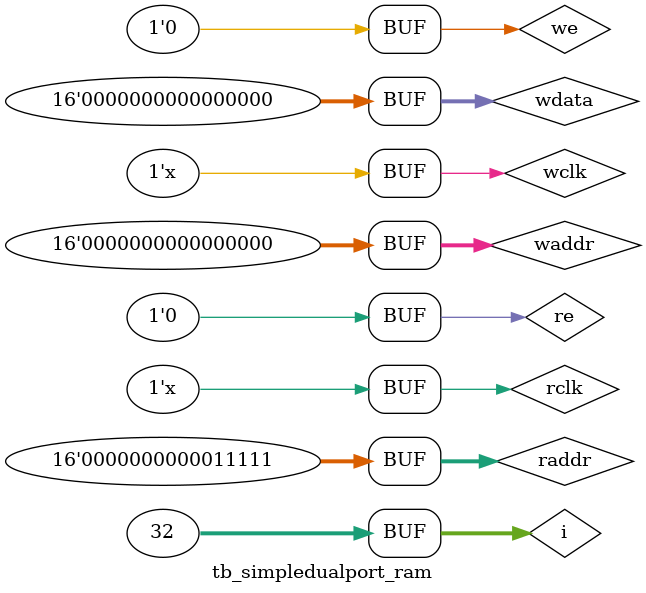
<source format=v>
`timescale 1ns / 1ps

module tb_simpledualport_ram;

    parameter DATA_WIDTH = 16;
    parameter ADDR_WIDTH = 5;

    reg                     we = 0;
    reg                     wclk = 1;
    reg                     re = 0;
    reg                     rclk = 1;
    reg  [(DATA_WIDTH-1):0] wdata = 0;
    reg  [(DATA_WIDTH-1):0] waddr = 0;
    reg  [(DATA_WIDTH-1):0] raddr = 0;
    wire [(DATA_WIDTH-1):0] rdata;

    // port declaration
    always #5 wclk = ~wclk;
    always #5 rclk = ~rclk;

    integer i = 0;
    initial begin
        //    // Ð´ÈëÒ»ÏµÁÐÊý¾Ý
        //    #100 for (i = 1; i < 32; i = i + 1) begin
        //        we = 1;
        //        waddr = i;
        //        wdata = i;
        //        #10;
        //    end
        //    we = 0;

        // ¶ÁÈ¡²¢´òÓ¡Êý¾Ý
        #500
            for (i = 1; i < 32; i = i + 1) begin
                re = 1;
                raddr = i;
                #10;
            end
        re = 0;
    end

    simple_dualport_ram #(
        .DATA_WIDTH(DATA_WIDTH),
        .ADDR_WIDTH(ADDR_WIDTH),
        .OUTPUT_REG("FALSE"),
        .RAM_INIT_FILE("F:/Project/FPAG/Project_18.3/RAM/RAM.srcs/sources_1/ram_init_file.inithex")
    ) u_simple_dual_port_ram (
        /*i*/.wdata(wdata),
        /*i*/.waddr(waddr),
        /*i*/.raddr(raddr),
        /*i*/.we   (we),
        /*i*/.wclk (wclk),
        /*i*/.re   (re),
        /*i*/.rclk (rclk),
        /*o*/.rdata(rdata)
    );

endmodule

</source>
